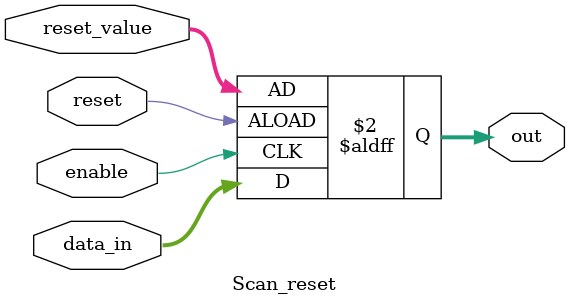
<source format=v>
module Scan_reset (reset, reset_value, enable, data_in, out);

parameter WIDTH = 16;
input enable;
input reset;
input [WIDTH-1:0] data_in;
input [WIDTH-1:0] reset_value;
output reg [WIDTH - 1:0] out;


always @(negedge enable or posedge reset) begin
    if (reset) begin
        out <= reset_value;
    end else begin
  	    out <= data_in[WIDTH-1 : 0];
    end
end



endmodule

</source>
